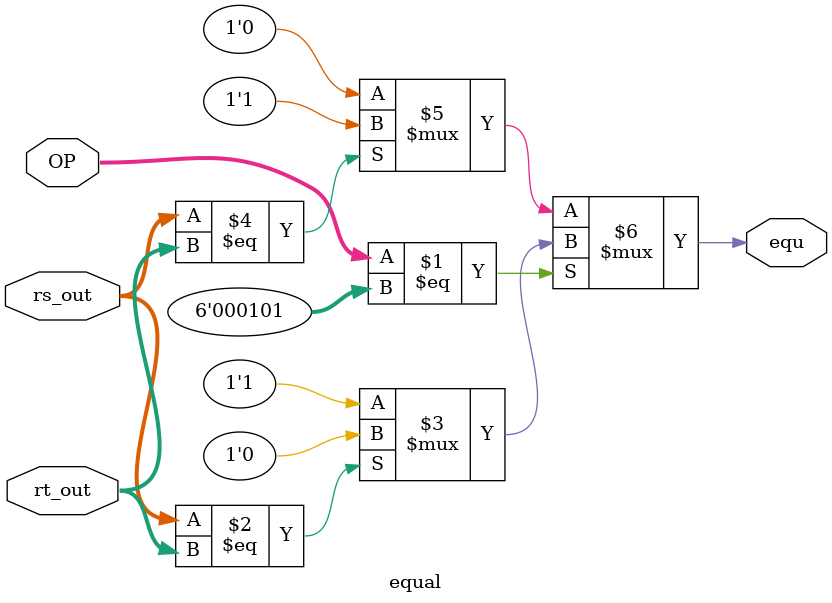
<source format=v>
`timescale 1ns / 1ps
module equal(rs_out,rt_out,OP,equ
    );
	 input [31:0]rs_out;
	 input [31:0]rt_out;
	 input [5:0]OP;
	 output  equ;
	 
	 assign equ=(OP==5)?((rs_out==rt_out)?(1'b0):(1'b1)):((rs_out==rt_out)?(1'b1):(1'b0)); //OP==5 means it's bne
	 
endmodule

</source>
